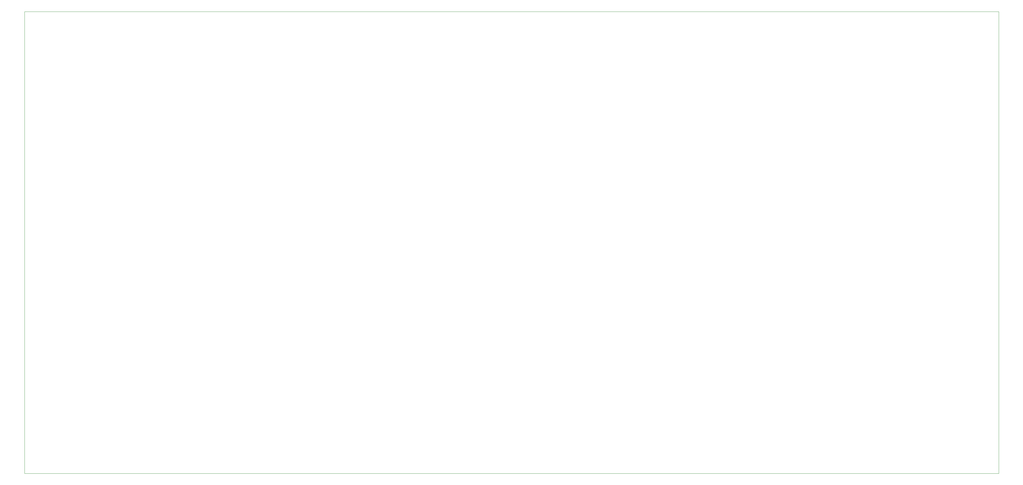
<source format=gbr>
%TF.GenerationSoftware,KiCad,Pcbnew,(5.1.10-1-10_14)*%
%TF.CreationDate,2022-01-29T17:57:15+11:00*%
%TF.ProjectId,ASCII keyboard,41534349-4920-46b6-9579-626f6172642e,rev?*%
%TF.SameCoordinates,Original*%
%TF.FileFunction,Profile,NP*%
%FSLAX46Y46*%
G04 Gerber Fmt 4.6, Leading zero omitted, Abs format (unit mm)*
G04 Created by KiCad (PCBNEW (5.1.10-1-10_14)) date 2022-01-29 17:57:15*
%MOMM*%
%LPD*%
G01*
G04 APERTURE LIST*
%TA.AperFunction,Profile*%
%ADD10C,0.050000*%
%TD*%
G04 APERTURE END LIST*
D10*
X67000000Y-175000000D02*
X67000000Y-30000000D01*
X373000000Y-175000000D02*
X364000000Y-175000000D01*
X373000000Y-30000000D02*
X373000000Y-175000000D01*
X364000000Y-30000000D02*
X373000000Y-30000000D01*
X364000000Y-30000000D02*
X67000000Y-30000000D01*
X67000000Y-175000000D02*
X364000000Y-175000000D01*
M02*

</source>
